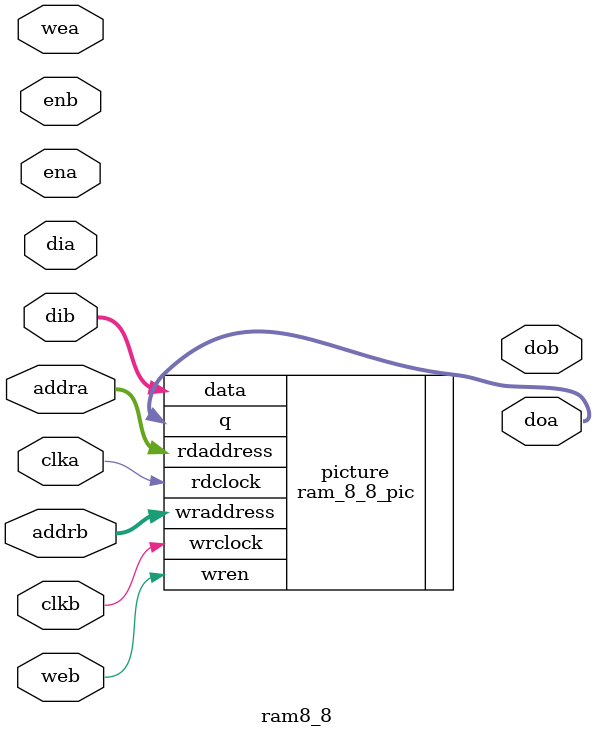
<source format=v>
module ram8_8(
    input [7:0] dia,
    output [7:0] doa,
	 
    input wea,
    input ena,
    input clka,
    input [10:0] addra,

    input [7:0] dib,
    output [7:0] dob,
	 
    input web,
    input enb,
    input clkb,
    input [10:0] addrb
    );
	 
  
//  ram8_8 picture(
//    .dia(0), .doa(glyph), .wea(0), 
//    .ena(1), .clka(vga_clk), .addra(picaddr),
//    .dib(j1_io_dout), .web(pic_w),
//    .enb(1), .clkb(sys_clk), .addrb(j1_io_addr)
//  );
  
  // 2048 * 8 bit  
  ram_8_8_pic	picture (	
	.rdaddress ( addra ),
	.rdclock ( clka ),
	.q ( doa ),
		
	.wraddress ( addrb ),
	.wrclock ( clkb ),
	.data ( dib ),
	.wren ( web )
  );

	 
//genvar i;
//generate 
//  for (i = 0; i < 4; i=i+1) begin : ramx
//    // 8192 x 2 
//    RAMB16_S2_S2 ramx(
//      .DIA(dia[2 * i + 1: 2 * i]),
//      .WEA(wea),
//      .ENA(ena),
//      .CLKA(clka),
//      .ADDRA(addra),
//      .DOA(doa[2 * i + 1: 2 * i]),
//
//      .DIB(dib[2 * i + 1: 2 * i]),
//      .WEB(web),
//      .ENB(enb),
//      .CLKB(clkb),
//      .ADDRB(addrb),
//      .DOB(dob[2 * i + 1: 2 * i])
//      );
//  end
//endgenerate

endmodule

</source>
